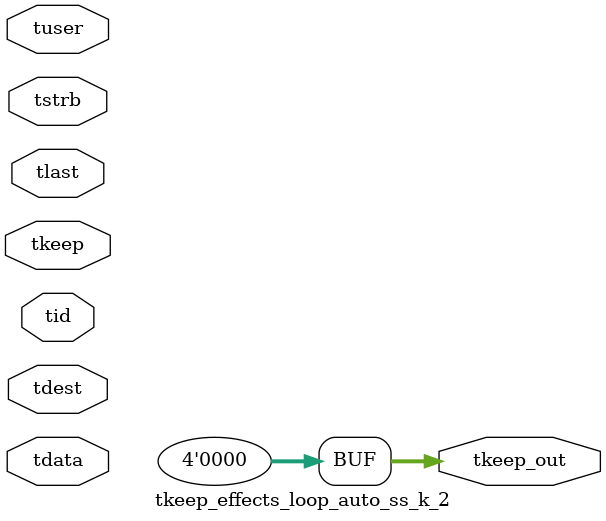
<source format=v>


`timescale 1ps/1ps

module tkeep_effects_loop_auto_ss_k_2 #
(
parameter C_S_AXIS_TDATA_WIDTH = 32,
parameter C_S_AXIS_TUSER_WIDTH = 0,
parameter C_S_AXIS_TID_WIDTH   = 0,
parameter C_S_AXIS_TDEST_WIDTH = 0,
parameter C_M_AXIS_TDATA_WIDTH = 32
)
(
input  [(C_S_AXIS_TDATA_WIDTH == 0 ? 1 : C_S_AXIS_TDATA_WIDTH)-1:0     ] tdata,
input  [(C_S_AXIS_TUSER_WIDTH == 0 ? 1 : C_S_AXIS_TUSER_WIDTH)-1:0     ] tuser,
input  [(C_S_AXIS_TID_WIDTH   == 0 ? 1 : C_S_AXIS_TID_WIDTH)-1:0       ] tid,
input  [(C_S_AXIS_TDEST_WIDTH == 0 ? 1 : C_S_AXIS_TDEST_WIDTH)-1:0     ] tdest,
input  [(C_S_AXIS_TDATA_WIDTH/8)-1:0 ] tkeep,
input  [(C_S_AXIS_TDATA_WIDTH/8)-1:0 ] tstrb,
input                                                                    tlast,
output [(C_M_AXIS_TDATA_WIDTH/8)-1:0 ] tkeep_out
);

assign tkeep_out = {1'b0};

endmodule


</source>
